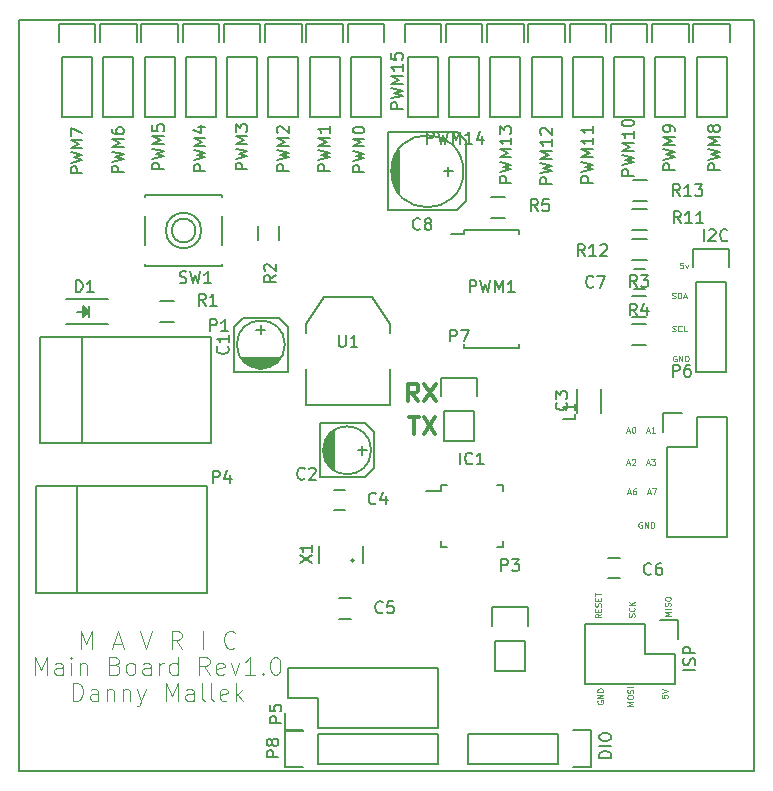
<source format=gto>
G04 #@! TF.FileFunction,Legend,Top*
%FSLAX46Y46*%
G04 Gerber Fmt 4.6, Leading zero omitted, Abs format (unit mm)*
G04 Created by KiCad (PCBNEW 4.0.1-stable) date 6/25/2016 6:01:51 PM*
%MOMM*%
G01*
G04 APERTURE LIST*
%ADD10C,0.100000*%
%ADD11C,0.150000*%
%ADD12C,0.300000*%
G04 APERTURE END LIST*
D10*
X154282001Y-85752971D02*
X154282001Y-84252971D01*
X154782001Y-85324400D01*
X155282001Y-84252971D01*
X155282001Y-85752971D01*
X157067715Y-85324400D02*
X157782001Y-85324400D01*
X156924858Y-85752971D02*
X157424858Y-84252971D01*
X157924858Y-85752971D01*
X159353429Y-84252971D02*
X159853429Y-85752971D01*
X160353429Y-84252971D01*
X162853429Y-85752971D02*
X162353429Y-85038686D01*
X161996286Y-85752971D02*
X161996286Y-84252971D01*
X162567714Y-84252971D01*
X162710572Y-84324400D01*
X162782000Y-84395829D01*
X162853429Y-84538686D01*
X162853429Y-84752971D01*
X162782000Y-84895829D01*
X162710572Y-84967257D01*
X162567714Y-85038686D01*
X161996286Y-85038686D01*
X164639143Y-85752971D02*
X164639143Y-84252971D01*
X167353429Y-85610114D02*
X167282000Y-85681543D01*
X167067714Y-85752971D01*
X166924857Y-85752971D01*
X166710572Y-85681543D01*
X166567714Y-85538686D01*
X166496286Y-85395829D01*
X166424857Y-85110114D01*
X166424857Y-84895829D01*
X166496286Y-84610114D01*
X166567714Y-84467257D01*
X166710572Y-84324400D01*
X166924857Y-84252971D01*
X167067714Y-84252971D01*
X167282000Y-84324400D01*
X167353429Y-84395829D01*
X150424858Y-87952971D02*
X150424858Y-86452971D01*
X150924858Y-87524400D01*
X151424858Y-86452971D01*
X151424858Y-87952971D01*
X152782001Y-87952971D02*
X152782001Y-87167257D01*
X152710572Y-87024400D01*
X152567715Y-86952971D01*
X152282001Y-86952971D01*
X152139144Y-87024400D01*
X152782001Y-87881543D02*
X152639144Y-87952971D01*
X152282001Y-87952971D01*
X152139144Y-87881543D01*
X152067715Y-87738686D01*
X152067715Y-87595829D01*
X152139144Y-87452971D01*
X152282001Y-87381543D01*
X152639144Y-87381543D01*
X152782001Y-87310114D01*
X153496287Y-87952971D02*
X153496287Y-86952971D01*
X153496287Y-86452971D02*
X153424858Y-86524400D01*
X153496287Y-86595829D01*
X153567715Y-86524400D01*
X153496287Y-86452971D01*
X153496287Y-86595829D01*
X154210573Y-86952971D02*
X154210573Y-87952971D01*
X154210573Y-87095829D02*
X154282001Y-87024400D01*
X154424859Y-86952971D01*
X154639144Y-86952971D01*
X154782001Y-87024400D01*
X154853430Y-87167257D01*
X154853430Y-87952971D01*
X157210573Y-87167257D02*
X157424859Y-87238686D01*
X157496287Y-87310114D01*
X157567716Y-87452971D01*
X157567716Y-87667257D01*
X157496287Y-87810114D01*
X157424859Y-87881543D01*
X157282001Y-87952971D01*
X156710573Y-87952971D01*
X156710573Y-86452971D01*
X157210573Y-86452971D01*
X157353430Y-86524400D01*
X157424859Y-86595829D01*
X157496287Y-86738686D01*
X157496287Y-86881543D01*
X157424859Y-87024400D01*
X157353430Y-87095829D01*
X157210573Y-87167257D01*
X156710573Y-87167257D01*
X158424859Y-87952971D02*
X158282001Y-87881543D01*
X158210573Y-87810114D01*
X158139144Y-87667257D01*
X158139144Y-87238686D01*
X158210573Y-87095829D01*
X158282001Y-87024400D01*
X158424859Y-86952971D01*
X158639144Y-86952971D01*
X158782001Y-87024400D01*
X158853430Y-87095829D01*
X158924859Y-87238686D01*
X158924859Y-87667257D01*
X158853430Y-87810114D01*
X158782001Y-87881543D01*
X158639144Y-87952971D01*
X158424859Y-87952971D01*
X160210573Y-87952971D02*
X160210573Y-87167257D01*
X160139144Y-87024400D01*
X159996287Y-86952971D01*
X159710573Y-86952971D01*
X159567716Y-87024400D01*
X160210573Y-87881543D02*
X160067716Y-87952971D01*
X159710573Y-87952971D01*
X159567716Y-87881543D01*
X159496287Y-87738686D01*
X159496287Y-87595829D01*
X159567716Y-87452971D01*
X159710573Y-87381543D01*
X160067716Y-87381543D01*
X160210573Y-87310114D01*
X160924859Y-87952971D02*
X160924859Y-86952971D01*
X160924859Y-87238686D02*
X160996287Y-87095829D01*
X161067716Y-87024400D01*
X161210573Y-86952971D01*
X161353430Y-86952971D01*
X162496287Y-87952971D02*
X162496287Y-86452971D01*
X162496287Y-87881543D02*
X162353430Y-87952971D01*
X162067716Y-87952971D01*
X161924858Y-87881543D01*
X161853430Y-87810114D01*
X161782001Y-87667257D01*
X161782001Y-87238686D01*
X161853430Y-87095829D01*
X161924858Y-87024400D01*
X162067716Y-86952971D01*
X162353430Y-86952971D01*
X162496287Y-87024400D01*
X165210573Y-87952971D02*
X164710573Y-87238686D01*
X164353430Y-87952971D02*
X164353430Y-86452971D01*
X164924858Y-86452971D01*
X165067716Y-86524400D01*
X165139144Y-86595829D01*
X165210573Y-86738686D01*
X165210573Y-86952971D01*
X165139144Y-87095829D01*
X165067716Y-87167257D01*
X164924858Y-87238686D01*
X164353430Y-87238686D01*
X166424858Y-87881543D02*
X166282001Y-87952971D01*
X165996287Y-87952971D01*
X165853430Y-87881543D01*
X165782001Y-87738686D01*
X165782001Y-87167257D01*
X165853430Y-87024400D01*
X165996287Y-86952971D01*
X166282001Y-86952971D01*
X166424858Y-87024400D01*
X166496287Y-87167257D01*
X166496287Y-87310114D01*
X165782001Y-87452971D01*
X166996287Y-86952971D02*
X167353430Y-87952971D01*
X167710572Y-86952971D01*
X169067715Y-87952971D02*
X168210572Y-87952971D01*
X168639144Y-87952971D02*
X168639144Y-86452971D01*
X168496287Y-86667257D01*
X168353429Y-86810114D01*
X168210572Y-86881543D01*
X169710572Y-87810114D02*
X169782000Y-87881543D01*
X169710572Y-87952971D01*
X169639143Y-87881543D01*
X169710572Y-87810114D01*
X169710572Y-87952971D01*
X170710572Y-86452971D02*
X170853429Y-86452971D01*
X170996286Y-86524400D01*
X171067715Y-86595829D01*
X171139144Y-86738686D01*
X171210572Y-87024400D01*
X171210572Y-87381543D01*
X171139144Y-87667257D01*
X171067715Y-87810114D01*
X170996286Y-87881543D01*
X170853429Y-87952971D01*
X170710572Y-87952971D01*
X170567715Y-87881543D01*
X170496286Y-87810114D01*
X170424858Y-87667257D01*
X170353429Y-87381543D01*
X170353429Y-87024400D01*
X170424858Y-86738686D01*
X170496286Y-86595829D01*
X170567715Y-86524400D01*
X170710572Y-86452971D01*
X153639143Y-90152971D02*
X153639143Y-88652971D01*
X153996286Y-88652971D01*
X154210571Y-88724400D01*
X154353429Y-88867257D01*
X154424857Y-89010114D01*
X154496286Y-89295829D01*
X154496286Y-89510114D01*
X154424857Y-89795829D01*
X154353429Y-89938686D01*
X154210571Y-90081543D01*
X153996286Y-90152971D01*
X153639143Y-90152971D01*
X155782000Y-90152971D02*
X155782000Y-89367257D01*
X155710571Y-89224400D01*
X155567714Y-89152971D01*
X155282000Y-89152971D01*
X155139143Y-89224400D01*
X155782000Y-90081543D02*
X155639143Y-90152971D01*
X155282000Y-90152971D01*
X155139143Y-90081543D01*
X155067714Y-89938686D01*
X155067714Y-89795829D01*
X155139143Y-89652971D01*
X155282000Y-89581543D01*
X155639143Y-89581543D01*
X155782000Y-89510114D01*
X156496286Y-89152971D02*
X156496286Y-90152971D01*
X156496286Y-89295829D02*
X156567714Y-89224400D01*
X156710572Y-89152971D01*
X156924857Y-89152971D01*
X157067714Y-89224400D01*
X157139143Y-89367257D01*
X157139143Y-90152971D01*
X157853429Y-89152971D02*
X157853429Y-90152971D01*
X157853429Y-89295829D02*
X157924857Y-89224400D01*
X158067715Y-89152971D01*
X158282000Y-89152971D01*
X158424857Y-89224400D01*
X158496286Y-89367257D01*
X158496286Y-90152971D01*
X159067715Y-89152971D02*
X159424858Y-90152971D01*
X159782000Y-89152971D02*
X159424858Y-90152971D01*
X159282000Y-90510114D01*
X159210572Y-90581543D01*
X159067715Y-90652971D01*
X161496286Y-90152971D02*
X161496286Y-88652971D01*
X161996286Y-89724400D01*
X162496286Y-88652971D01*
X162496286Y-90152971D01*
X163853429Y-90152971D02*
X163853429Y-89367257D01*
X163782000Y-89224400D01*
X163639143Y-89152971D01*
X163353429Y-89152971D01*
X163210572Y-89224400D01*
X163853429Y-90081543D02*
X163710572Y-90152971D01*
X163353429Y-90152971D01*
X163210572Y-90081543D01*
X163139143Y-89938686D01*
X163139143Y-89795829D01*
X163210572Y-89652971D01*
X163353429Y-89581543D01*
X163710572Y-89581543D01*
X163853429Y-89510114D01*
X164782001Y-90152971D02*
X164639143Y-90081543D01*
X164567715Y-89938686D01*
X164567715Y-88652971D01*
X165567715Y-90152971D02*
X165424857Y-90081543D01*
X165353429Y-89938686D01*
X165353429Y-88652971D01*
X166710571Y-90081543D02*
X166567714Y-90152971D01*
X166282000Y-90152971D01*
X166139143Y-90081543D01*
X166067714Y-89938686D01*
X166067714Y-89367257D01*
X166139143Y-89224400D01*
X166282000Y-89152971D01*
X166567714Y-89152971D01*
X166710571Y-89224400D01*
X166782000Y-89367257D01*
X166782000Y-89510114D01*
X166067714Y-89652971D01*
X167424857Y-90152971D02*
X167424857Y-88652971D01*
X167567714Y-89581543D02*
X167996285Y-90152971D01*
X167996285Y-89152971D02*
X167424857Y-89724400D01*
D11*
X209804000Y-96139000D02*
X211328000Y-96139000D01*
X209804000Y-32512000D02*
X211328000Y-32512000D01*
X149098000Y-96139000D02*
X209804000Y-96139000D01*
X209804000Y-32512000D02*
X149098000Y-32512000D01*
X211328000Y-32512000D02*
X211328000Y-96139000D01*
X149098000Y-96139000D02*
X149098000Y-32512000D01*
D10*
X201803047Y-75061000D02*
X201755428Y-75037190D01*
X201684000Y-75037190D01*
X201612571Y-75061000D01*
X201564952Y-75108619D01*
X201541143Y-75156238D01*
X201517333Y-75251476D01*
X201517333Y-75322905D01*
X201541143Y-75418143D01*
X201564952Y-75465762D01*
X201612571Y-75513381D01*
X201684000Y-75537190D01*
X201731619Y-75537190D01*
X201803047Y-75513381D01*
X201826857Y-75489571D01*
X201826857Y-75322905D01*
X201731619Y-75322905D01*
X202041143Y-75537190D02*
X202041143Y-75037190D01*
X202326857Y-75537190D01*
X202326857Y-75037190D01*
X202564953Y-75537190D02*
X202564953Y-75037190D01*
X202684000Y-75037190D01*
X202755429Y-75061000D01*
X202803048Y-75108619D01*
X202826857Y-75156238D01*
X202850667Y-75251476D01*
X202850667Y-75322905D01*
X202826857Y-75418143D01*
X202803048Y-75465762D01*
X202755429Y-75513381D01*
X202684000Y-75537190D01*
X202564953Y-75537190D01*
X200612525Y-72536833D02*
X200850620Y-72536833D01*
X200564906Y-72679690D02*
X200731573Y-72179690D01*
X200898239Y-72679690D01*
X201279191Y-72179690D02*
X201183953Y-72179690D01*
X201136334Y-72203500D01*
X201112525Y-72227310D01*
X201064906Y-72298738D01*
X201041096Y-72393976D01*
X201041096Y-72584452D01*
X201064906Y-72632071D01*
X201088715Y-72655881D01*
X201136334Y-72679690D01*
X201231572Y-72679690D01*
X201279191Y-72655881D01*
X201303001Y-72632071D01*
X201326810Y-72584452D01*
X201326810Y-72465405D01*
X201303001Y-72417786D01*
X201279191Y-72393976D01*
X201231572Y-72370167D01*
X201136334Y-72370167D01*
X201088715Y-72393976D01*
X201064906Y-72417786D01*
X201041096Y-72465405D01*
X202279190Y-72536833D02*
X202517285Y-72536833D01*
X202231571Y-72679690D02*
X202398238Y-72179690D01*
X202564904Y-72679690D01*
X202683952Y-72179690D02*
X203017285Y-72179690D01*
X202802999Y-72679690D01*
X200549025Y-70060333D02*
X200787120Y-70060333D01*
X200501406Y-70203190D02*
X200668073Y-69703190D01*
X200834739Y-70203190D01*
X200977596Y-69750810D02*
X201001406Y-69727000D01*
X201049025Y-69703190D01*
X201168072Y-69703190D01*
X201215691Y-69727000D01*
X201239501Y-69750810D01*
X201263310Y-69798429D01*
X201263310Y-69846048D01*
X201239501Y-69917476D01*
X200953787Y-70203190D01*
X201263310Y-70203190D01*
X202215690Y-70060333D02*
X202453785Y-70060333D01*
X202168071Y-70203190D02*
X202334738Y-69703190D01*
X202501404Y-70203190D01*
X202620452Y-69703190D02*
X202929975Y-69703190D01*
X202763309Y-69893667D01*
X202834737Y-69893667D01*
X202882356Y-69917476D01*
X202906166Y-69941286D01*
X202929975Y-69988905D01*
X202929975Y-70107952D01*
X202906166Y-70155571D01*
X202882356Y-70179381D01*
X202834737Y-70203190D01*
X202691880Y-70203190D01*
X202644261Y-70179381D01*
X202620452Y-70155571D01*
X200549025Y-67329833D02*
X200787120Y-67329833D01*
X200501406Y-67472690D02*
X200668073Y-66972690D01*
X200834739Y-67472690D01*
X201096644Y-66972690D02*
X201144263Y-66972690D01*
X201191882Y-66996500D01*
X201215691Y-67020310D01*
X201239501Y-67067929D01*
X201263310Y-67163167D01*
X201263310Y-67282214D01*
X201239501Y-67377452D01*
X201215691Y-67425071D01*
X201191882Y-67448881D01*
X201144263Y-67472690D01*
X201096644Y-67472690D01*
X201049025Y-67448881D01*
X201025215Y-67425071D01*
X201001406Y-67377452D01*
X200977596Y-67282214D01*
X200977596Y-67163167D01*
X201001406Y-67067929D01*
X201025215Y-67020310D01*
X201049025Y-66996500D01*
X201096644Y-66972690D01*
X202215690Y-67329833D02*
X202453785Y-67329833D01*
X202168071Y-67472690D02*
X202334738Y-66972690D01*
X202501404Y-67472690D01*
X202929975Y-67472690D02*
X202644261Y-67472690D01*
X202787118Y-67472690D02*
X202787118Y-66972690D01*
X202739499Y-67044119D01*
X202691880Y-67091738D01*
X202644261Y-67115548D01*
X198346190Y-82831690D02*
X198108095Y-82998357D01*
X198346190Y-83117404D02*
X197846190Y-83117404D01*
X197846190Y-82926928D01*
X197870000Y-82879309D01*
X197893810Y-82855500D01*
X197941429Y-82831690D01*
X198012857Y-82831690D01*
X198060476Y-82855500D01*
X198084286Y-82879309D01*
X198108095Y-82926928D01*
X198108095Y-83117404D01*
X198084286Y-82617404D02*
X198084286Y-82450738D01*
X198346190Y-82379309D02*
X198346190Y-82617404D01*
X197846190Y-82617404D01*
X197846190Y-82379309D01*
X198322381Y-82188833D02*
X198346190Y-82117404D01*
X198346190Y-81998357D01*
X198322381Y-81950738D01*
X198298571Y-81926928D01*
X198250952Y-81903119D01*
X198203333Y-81903119D01*
X198155714Y-81926928D01*
X198131905Y-81950738D01*
X198108095Y-81998357D01*
X198084286Y-82093595D01*
X198060476Y-82141214D01*
X198036667Y-82165023D01*
X197989048Y-82188833D01*
X197941429Y-82188833D01*
X197893810Y-82165023D01*
X197870000Y-82141214D01*
X197846190Y-82093595D01*
X197846190Y-81974547D01*
X197870000Y-81903119D01*
X198084286Y-81688833D02*
X198084286Y-81522167D01*
X198346190Y-81450738D02*
X198346190Y-81688833D01*
X197846190Y-81688833D01*
X197846190Y-81450738D01*
X197846190Y-81307881D02*
X197846190Y-81022167D01*
X198346190Y-81165024D02*
X197846190Y-81165024D01*
X203497690Y-89693737D02*
X203497690Y-89931832D01*
X203735786Y-89955642D01*
X203711976Y-89931832D01*
X203688167Y-89884213D01*
X203688167Y-89765166D01*
X203711976Y-89717547D01*
X203735786Y-89693737D01*
X203783405Y-89669928D01*
X203902452Y-89669928D01*
X203950071Y-89693737D01*
X203973881Y-89717547D01*
X203997690Y-89765166D01*
X203997690Y-89884213D01*
X203973881Y-89931832D01*
X203950071Y-89955642D01*
X203497690Y-89527071D02*
X203997690Y-89360404D01*
X203497690Y-89193738D01*
X198060500Y-90169953D02*
X198036690Y-90217572D01*
X198036690Y-90289000D01*
X198060500Y-90360429D01*
X198108119Y-90408048D01*
X198155738Y-90431857D01*
X198250976Y-90455667D01*
X198322405Y-90455667D01*
X198417643Y-90431857D01*
X198465262Y-90408048D01*
X198512881Y-90360429D01*
X198536690Y-90289000D01*
X198536690Y-90241381D01*
X198512881Y-90169953D01*
X198489071Y-90146143D01*
X198322405Y-90146143D01*
X198322405Y-90241381D01*
X198536690Y-89931857D02*
X198036690Y-89931857D01*
X198536690Y-89646143D01*
X198036690Y-89646143D01*
X198536690Y-89408047D02*
X198036690Y-89408047D01*
X198036690Y-89289000D01*
X198060500Y-89217571D01*
X198108119Y-89169952D01*
X198155738Y-89146143D01*
X198250976Y-89122333D01*
X198322405Y-89122333D01*
X198417643Y-89146143D01*
X198465262Y-89169952D01*
X198512881Y-89217571D01*
X198536690Y-89289000D01*
X198536690Y-89408047D01*
X201179881Y-83065857D02*
X201203690Y-82994428D01*
X201203690Y-82875381D01*
X201179881Y-82827762D01*
X201156071Y-82803952D01*
X201108452Y-82780143D01*
X201060833Y-82780143D01*
X201013214Y-82803952D01*
X200989405Y-82827762D01*
X200965595Y-82875381D01*
X200941786Y-82970619D01*
X200917976Y-83018238D01*
X200894167Y-83042047D01*
X200846548Y-83065857D01*
X200798929Y-83065857D01*
X200751310Y-83042047D01*
X200727500Y-83018238D01*
X200703690Y-82970619D01*
X200703690Y-82851571D01*
X200727500Y-82780143D01*
X201156071Y-82280143D02*
X201179881Y-82303953D01*
X201203690Y-82375381D01*
X201203690Y-82423000D01*
X201179881Y-82494429D01*
X201132262Y-82542048D01*
X201084643Y-82565857D01*
X200989405Y-82589667D01*
X200917976Y-82589667D01*
X200822738Y-82565857D01*
X200775119Y-82542048D01*
X200727500Y-82494429D01*
X200703690Y-82423000D01*
X200703690Y-82375381D01*
X200727500Y-82303953D01*
X200751310Y-82280143D01*
X201203690Y-82065857D02*
X200703690Y-82065857D01*
X201203690Y-81780143D02*
X200917976Y-81994429D01*
X200703690Y-81780143D02*
X200989405Y-82065857D01*
X204251690Y-82954714D02*
X203751690Y-82954714D01*
X204108833Y-82788048D01*
X203751690Y-82621381D01*
X204251690Y-82621381D01*
X204251690Y-82383285D02*
X203751690Y-82383285D01*
X204227881Y-82169000D02*
X204251690Y-82097571D01*
X204251690Y-81978524D01*
X204227881Y-81930905D01*
X204204071Y-81907095D01*
X204156452Y-81883286D01*
X204108833Y-81883286D01*
X204061214Y-81907095D01*
X204037405Y-81930905D01*
X204013595Y-81978524D01*
X203989786Y-82073762D01*
X203965976Y-82121381D01*
X203942167Y-82145190D01*
X203894548Y-82169000D01*
X203846929Y-82169000D01*
X203799310Y-82145190D01*
X203775500Y-82121381D01*
X203751690Y-82073762D01*
X203751690Y-81954714D01*
X203775500Y-81883286D01*
X203751690Y-81573762D02*
X203751690Y-81478524D01*
X203775500Y-81430905D01*
X203823119Y-81383286D01*
X203918357Y-81359477D01*
X204085024Y-81359477D01*
X204180262Y-81383286D01*
X204227881Y-81430905D01*
X204251690Y-81478524D01*
X204251690Y-81573762D01*
X204227881Y-81621381D01*
X204180262Y-81669000D01*
X204085024Y-81692810D01*
X203918357Y-81692810D01*
X203823119Y-81669000D01*
X203775500Y-81621381D01*
X203751690Y-81573762D01*
X201076690Y-90574714D02*
X200576690Y-90574714D01*
X200933833Y-90408048D01*
X200576690Y-90241381D01*
X201076690Y-90241381D01*
X200576690Y-89908047D02*
X200576690Y-89812809D01*
X200600500Y-89765190D01*
X200648119Y-89717571D01*
X200743357Y-89693762D01*
X200910024Y-89693762D01*
X201005262Y-89717571D01*
X201052881Y-89765190D01*
X201076690Y-89812809D01*
X201076690Y-89908047D01*
X201052881Y-89955666D01*
X201005262Y-90003285D01*
X200910024Y-90027095D01*
X200743357Y-90027095D01*
X200648119Y-90003285D01*
X200600500Y-89955666D01*
X200576690Y-89908047D01*
X201052881Y-89503285D02*
X201076690Y-89431856D01*
X201076690Y-89312809D01*
X201052881Y-89265190D01*
X201029071Y-89241380D01*
X200981452Y-89217571D01*
X200933833Y-89217571D01*
X200886214Y-89241380D01*
X200862405Y-89265190D01*
X200838595Y-89312809D01*
X200814786Y-89408047D01*
X200790976Y-89455666D01*
X200767167Y-89479475D01*
X200719548Y-89503285D01*
X200671929Y-89503285D01*
X200624310Y-89479475D01*
X200600500Y-89455666D01*
X200576690Y-89408047D01*
X200576690Y-89288999D01*
X200600500Y-89217571D01*
X201076690Y-89003285D02*
X200576690Y-89003285D01*
X204724047Y-60964000D02*
X204676428Y-60940190D01*
X204605000Y-60940190D01*
X204533571Y-60964000D01*
X204485952Y-61011619D01*
X204462143Y-61059238D01*
X204438333Y-61154476D01*
X204438333Y-61225905D01*
X204462143Y-61321143D01*
X204485952Y-61368762D01*
X204533571Y-61416381D01*
X204605000Y-61440190D01*
X204652619Y-61440190D01*
X204724047Y-61416381D01*
X204747857Y-61392571D01*
X204747857Y-61225905D01*
X204652619Y-61225905D01*
X204962143Y-61440190D02*
X204962143Y-60940190D01*
X205247857Y-61440190D01*
X205247857Y-60940190D01*
X205485953Y-61440190D02*
X205485953Y-60940190D01*
X205605000Y-60940190D01*
X205676429Y-60964000D01*
X205724048Y-61011619D01*
X205747857Y-61059238D01*
X205771667Y-61154476D01*
X205771667Y-61225905D01*
X205747857Y-61321143D01*
X205724048Y-61368762D01*
X205676429Y-61416381D01*
X205605000Y-61440190D01*
X205485953Y-61440190D01*
X204382762Y-58876381D02*
X204454191Y-58900190D01*
X204573238Y-58900190D01*
X204620857Y-58876381D01*
X204644667Y-58852571D01*
X204668476Y-58804952D01*
X204668476Y-58757333D01*
X204644667Y-58709714D01*
X204620857Y-58685905D01*
X204573238Y-58662095D01*
X204478000Y-58638286D01*
X204430381Y-58614476D01*
X204406572Y-58590667D01*
X204382762Y-58543048D01*
X204382762Y-58495429D01*
X204406572Y-58447810D01*
X204430381Y-58424000D01*
X204478000Y-58400190D01*
X204597048Y-58400190D01*
X204668476Y-58424000D01*
X205168476Y-58852571D02*
X205144666Y-58876381D01*
X205073238Y-58900190D01*
X205025619Y-58900190D01*
X204954190Y-58876381D01*
X204906571Y-58828762D01*
X204882762Y-58781143D01*
X204858952Y-58685905D01*
X204858952Y-58614476D01*
X204882762Y-58519238D01*
X204906571Y-58471619D01*
X204954190Y-58424000D01*
X205025619Y-58400190D01*
X205073238Y-58400190D01*
X205144666Y-58424000D01*
X205168476Y-58447810D01*
X205620857Y-58900190D02*
X205382762Y-58900190D01*
X205382762Y-58400190D01*
X204370858Y-56082381D02*
X204442287Y-56106190D01*
X204561334Y-56106190D01*
X204608953Y-56082381D01*
X204632763Y-56058571D01*
X204656572Y-56010952D01*
X204656572Y-55963333D01*
X204632763Y-55915714D01*
X204608953Y-55891905D01*
X204561334Y-55868095D01*
X204466096Y-55844286D01*
X204418477Y-55820476D01*
X204394668Y-55796667D01*
X204370858Y-55749048D01*
X204370858Y-55701429D01*
X204394668Y-55653810D01*
X204418477Y-55630000D01*
X204466096Y-55606190D01*
X204585144Y-55606190D01*
X204656572Y-55630000D01*
X204870858Y-56106190D02*
X204870858Y-55606190D01*
X204989905Y-55606190D01*
X205061334Y-55630000D01*
X205108953Y-55677619D01*
X205132762Y-55725238D01*
X205156572Y-55820476D01*
X205156572Y-55891905D01*
X205132762Y-55987143D01*
X205108953Y-56034762D01*
X205061334Y-56082381D01*
X204989905Y-56106190D01*
X204870858Y-56106190D01*
X205347048Y-55963333D02*
X205585143Y-55963333D01*
X205299429Y-56106190D02*
X205466096Y-55606190D01*
X205632762Y-56106190D01*
X205287572Y-53066190D02*
X205049477Y-53066190D01*
X205025667Y-53304286D01*
X205049477Y-53280476D01*
X205097096Y-53256667D01*
X205216143Y-53256667D01*
X205263762Y-53280476D01*
X205287572Y-53304286D01*
X205311381Y-53351905D01*
X205311381Y-53470952D01*
X205287572Y-53518571D01*
X205263762Y-53542381D01*
X205216143Y-53566190D01*
X205097096Y-53566190D01*
X205049477Y-53542381D01*
X205025667Y-53518571D01*
X205478048Y-53232857D02*
X205597095Y-53566190D01*
X205716143Y-53232857D01*
D12*
X182118143Y-66107571D02*
X182975286Y-66107571D01*
X182546715Y-67607571D02*
X182546715Y-66107571D01*
X183332429Y-66107571D02*
X184332429Y-67607571D01*
X184332429Y-66107571D02*
X183332429Y-67607571D01*
X182884001Y-64813571D02*
X182384001Y-64099286D01*
X182026858Y-64813571D02*
X182026858Y-63313571D01*
X182598286Y-63313571D01*
X182741144Y-63385000D01*
X182812572Y-63456429D01*
X182884001Y-63599286D01*
X182884001Y-63813571D01*
X182812572Y-63956429D01*
X182741144Y-64027857D01*
X182598286Y-64099286D01*
X182026858Y-64099286D01*
X183384001Y-63313571D02*
X184384001Y-64813571D01*
X184384001Y-63313571D02*
X183384001Y-64813571D01*
D11*
X169545000Y-58356500D02*
X169545000Y-59118500D01*
X169164000Y-58737500D02*
X169926000Y-58737500D01*
X171831000Y-58483500D02*
X171831000Y-62293500D01*
X168021000Y-57721500D02*
X171069000Y-57721500D01*
X171831000Y-58483500D02*
X171069000Y-57721500D01*
X167259000Y-58483500D02*
X167259000Y-62293500D01*
X167259000Y-58483500D02*
X168021000Y-57721500D01*
X169672000Y-62039500D02*
X169418000Y-62039500D01*
X168910000Y-61912500D02*
X170180000Y-61912500D01*
X170434000Y-61785500D02*
X168656000Y-61785500D01*
X170688000Y-61658500D02*
X168402000Y-61658500D01*
X168275000Y-61531500D02*
X170815000Y-61531500D01*
X170942000Y-61404500D02*
X168148000Y-61404500D01*
X168021000Y-61277500D02*
X171069000Y-61277500D01*
X167894000Y-61150500D02*
X171196000Y-61150500D01*
X167259000Y-62293500D02*
X171831000Y-62293500D01*
X171577000Y-60007500D02*
G75*
G03X171577000Y-60007500I-2032000J0D01*
G01*
X178498500Y-68961000D02*
X177736500Y-68961000D01*
X178117500Y-68580000D02*
X178117500Y-69342000D01*
X178371500Y-71247000D02*
X174561500Y-71247000D01*
X179133500Y-67437000D02*
X179133500Y-70485000D01*
X178371500Y-71247000D02*
X179133500Y-70485000D01*
X178371500Y-66675000D02*
X174561500Y-66675000D01*
X178371500Y-66675000D02*
X179133500Y-67437000D01*
X174815500Y-69088000D02*
X174815500Y-68834000D01*
X174942500Y-68326000D02*
X174942500Y-69596000D01*
X175069500Y-69850000D02*
X175069500Y-68072000D01*
X175196500Y-70104000D02*
X175196500Y-67818000D01*
X175323500Y-67691000D02*
X175323500Y-70231000D01*
X175450500Y-70358000D02*
X175450500Y-67564000D01*
X175577500Y-67437000D02*
X175577500Y-70485000D01*
X175704500Y-67310000D02*
X175704500Y-70612000D01*
X174561500Y-66675000D02*
X174561500Y-71247000D01*
X178879500Y-68961000D02*
G75*
G03X178879500Y-68961000I-2032000J0D01*
G01*
X196333000Y-63770000D02*
X196333000Y-65770000D01*
X198383000Y-65770000D02*
X198383000Y-63770000D01*
X201112500Y-55333000D02*
X202112500Y-55333000D01*
X202112500Y-53633000D02*
X201112500Y-53633000D01*
X180721000Y-44577000D02*
X180721000Y-46101000D01*
X180848000Y-46482000D02*
X180848000Y-44196000D01*
X180975000Y-43942000D02*
X180975000Y-46736000D01*
X181102000Y-46990000D02*
X181102000Y-43688000D01*
X181229000Y-43561000D02*
X181229000Y-47117000D01*
X180340000Y-42037000D02*
X180340000Y-48641000D01*
X180340000Y-48641000D02*
X186182000Y-48641000D01*
X186182000Y-48641000D02*
X186944000Y-47879000D01*
X186944000Y-47879000D02*
X186944000Y-42799000D01*
X186944000Y-42799000D02*
X186182000Y-42037000D01*
X186182000Y-42037000D02*
X180340000Y-42037000D01*
X185801000Y-45339000D02*
X185039000Y-45339000D01*
X185420000Y-44958000D02*
X185420000Y-45720000D01*
X186690000Y-45339000D02*
G75*
G03X186690000Y-45339000I-3048000J0D01*
G01*
X156645500Y-56163500D02*
X153045500Y-56163500D01*
X156645500Y-58263500D02*
X153045500Y-58263500D01*
X154595500Y-57513500D02*
X154595500Y-56913500D01*
X154595500Y-56913500D02*
X154895500Y-57213500D01*
X154895500Y-57213500D02*
X154695500Y-57413500D01*
X154695500Y-57413500D02*
X154695500Y-57163500D01*
X154695500Y-57163500D02*
X154745500Y-57213500D01*
X154995500Y-57713500D02*
X154995500Y-56713500D01*
X154495500Y-57213500D02*
X153995500Y-57213500D01*
X154995500Y-57213500D02*
X154495500Y-57713500D01*
X154495500Y-57713500D02*
X154495500Y-56713500D01*
X154495500Y-56713500D02*
X154995500Y-57213500D01*
X184763500Y-71924000D02*
X184763500Y-72434000D01*
X190013500Y-71924000D02*
X190013500Y-72434000D01*
X190013500Y-77174000D02*
X190013500Y-76664000D01*
X184763500Y-77174000D02*
X184763500Y-76664000D01*
X184763500Y-71924000D02*
X185273500Y-71924000D01*
X184763500Y-77174000D02*
X185273500Y-77174000D01*
X190013500Y-77174000D02*
X189503500Y-77174000D01*
X190013500Y-71924000D02*
X189503500Y-71924000D01*
X184763500Y-72434000D02*
X183538500Y-72434000D01*
X154368500Y-59380120D02*
X154368500Y-68381880D01*
X150868380Y-59380120D02*
X150868380Y-68381880D01*
X150868380Y-68381880D02*
X165369240Y-68381880D01*
X165369240Y-68381880D02*
X165369240Y-59380120D01*
X165369240Y-59380120D02*
X150868380Y-59380120D01*
X191897000Y-85090000D02*
X191897000Y-87630000D01*
X192177000Y-82270000D02*
X192177000Y-83820000D01*
X191897000Y-85090000D02*
X189357000Y-85090000D01*
X189077000Y-83820000D02*
X189077000Y-82270000D01*
X189077000Y-82270000D02*
X192177000Y-82270000D01*
X189357000Y-85090000D02*
X189357000Y-87630000D01*
X189357000Y-87630000D02*
X191897000Y-87630000D01*
X153987500Y-72016620D02*
X153987500Y-81018380D01*
X150487380Y-72016620D02*
X150487380Y-81018380D01*
X150487380Y-81018380D02*
X164988240Y-81018380D01*
X164988240Y-81018380D02*
X164988240Y-72016620D01*
X164988240Y-72016620D02*
X150487380Y-72016620D01*
X187579000Y-65659000D02*
X187579000Y-68199000D01*
X187859000Y-62839000D02*
X187859000Y-64389000D01*
X187579000Y-65659000D02*
X185039000Y-65659000D01*
X184759000Y-64389000D02*
X184759000Y-62839000D01*
X184759000Y-62839000D02*
X187859000Y-62839000D01*
X185039000Y-65659000D02*
X185039000Y-68199000D01*
X185039000Y-68199000D02*
X187579000Y-68199000D01*
X173101000Y-95784000D02*
X171551000Y-95784000D01*
X171551000Y-95784000D02*
X171551000Y-92684000D01*
X171551000Y-92684000D02*
X173101000Y-92684000D01*
X174371000Y-92964000D02*
X184531000Y-92964000D01*
X184531000Y-92964000D02*
X184531000Y-95504000D01*
X184531000Y-95504000D02*
X174371000Y-95504000D01*
X174371000Y-92964000D02*
X174371000Y-95504000D01*
X194691000Y-92964000D02*
X187071000Y-92964000D01*
X194691000Y-95504000D02*
X187071000Y-95504000D01*
X197511000Y-95784000D02*
X195961000Y-95784000D01*
X187071000Y-92964000D02*
X187071000Y-95504000D01*
X194691000Y-95504000D02*
X194691000Y-92964000D01*
X195961000Y-92684000D02*
X197511000Y-92684000D01*
X197511000Y-92684000D02*
X197511000Y-95784000D01*
X202057000Y-83629500D02*
X196977000Y-83629500D01*
X204877000Y-83349500D02*
X204877000Y-84899500D01*
X204597000Y-86169500D02*
X202057000Y-86169500D01*
X202057000Y-86169500D02*
X202057000Y-83629500D01*
X196977000Y-83629500D02*
X196977000Y-88709500D01*
X196977000Y-88709500D02*
X202057000Y-88709500D01*
X204877000Y-83349500D02*
X203327000Y-83349500D01*
X204597000Y-88709500D02*
X204597000Y-86169500D01*
X202057000Y-88709500D02*
X204597000Y-88709500D01*
X186714500Y-50333500D02*
X186714500Y-50658500D01*
X191364500Y-50333500D02*
X191364500Y-50658500D01*
X191364500Y-60283500D02*
X191364500Y-59958500D01*
X186714500Y-60283500D02*
X186714500Y-59958500D01*
X186714500Y-50333500D02*
X191364500Y-50333500D01*
X186714500Y-60283500D02*
X191364500Y-60283500D01*
X186714500Y-50658500D02*
X185639500Y-50658500D01*
X159754500Y-53355500D02*
X159754500Y-53155500D01*
X159754500Y-47355500D02*
X159754500Y-47555500D01*
X166254500Y-47355500D02*
X166254500Y-47555500D01*
X166254500Y-53355500D02*
X166254500Y-53155500D01*
X166254500Y-51555500D02*
X166254500Y-49155500D01*
X159754500Y-51555500D02*
X159754500Y-49155500D01*
X159754500Y-53355500D02*
X166254500Y-53355500D01*
X166254500Y-47355500D02*
X159754500Y-47355500D01*
X164004500Y-50355500D02*
G75*
G03X164004500Y-50355500I-1000000J0D01*
G01*
X164504500Y-50355500D02*
G75*
G03X164504500Y-50355500I-1500000J0D01*
G01*
X177431359Y-78287880D02*
G75*
G03X177431359Y-78287880I-141899J0D01*
G01*
X178188620Y-77086460D02*
X178188620Y-78488540D01*
X174490380Y-78488540D02*
X174490380Y-77086460D01*
X206375000Y-54737000D02*
X206375000Y-62357000D01*
X208915000Y-54737000D02*
X208915000Y-62357000D01*
X209195000Y-51917000D02*
X209195000Y-53467000D01*
X206375000Y-62357000D02*
X208915000Y-62357000D01*
X208915000Y-54737000D02*
X206375000Y-54737000D01*
X206095000Y-53467000D02*
X206095000Y-51917000D01*
X206095000Y-51917000D02*
X209195000Y-51917000D01*
X173672500Y-35687000D02*
X173672500Y-40767000D01*
X173672500Y-40767000D02*
X176212500Y-40767000D01*
X176212500Y-40767000D02*
X176212500Y-35687000D01*
X176492500Y-32867000D02*
X176492500Y-34417000D01*
X176212500Y-35687000D02*
X173672500Y-35687000D01*
X173392500Y-34417000D02*
X173392500Y-32867000D01*
X173392500Y-32867000D02*
X176492500Y-32867000D01*
X177165000Y-35687000D02*
X177165000Y-40767000D01*
X177165000Y-40767000D02*
X179705000Y-40767000D01*
X179705000Y-40767000D02*
X179705000Y-35687000D01*
X179985000Y-32867000D02*
X179985000Y-34417000D01*
X179705000Y-35687000D02*
X177165000Y-35687000D01*
X176885000Y-34417000D02*
X176885000Y-32867000D01*
X176885000Y-32867000D02*
X179985000Y-32867000D01*
X170180000Y-35687000D02*
X170180000Y-40767000D01*
X170180000Y-40767000D02*
X172720000Y-40767000D01*
X172720000Y-40767000D02*
X172720000Y-35687000D01*
X173000000Y-32867000D02*
X173000000Y-34417000D01*
X172720000Y-35687000D02*
X170180000Y-35687000D01*
X169900000Y-34417000D02*
X169900000Y-32867000D01*
X169900000Y-32867000D02*
X173000000Y-32867000D01*
X166687500Y-35687000D02*
X166687500Y-40767000D01*
X166687500Y-40767000D02*
X169227500Y-40767000D01*
X169227500Y-40767000D02*
X169227500Y-35687000D01*
X169507500Y-32867000D02*
X169507500Y-34417000D01*
X169227500Y-35687000D02*
X166687500Y-35687000D01*
X166407500Y-34417000D02*
X166407500Y-32867000D01*
X166407500Y-32867000D02*
X169507500Y-32867000D01*
X163195000Y-35687000D02*
X163195000Y-40767000D01*
X163195000Y-40767000D02*
X165735000Y-40767000D01*
X165735000Y-40767000D02*
X165735000Y-35687000D01*
X166015000Y-32867000D02*
X166015000Y-34417000D01*
X165735000Y-35687000D02*
X163195000Y-35687000D01*
X162915000Y-34417000D02*
X162915000Y-32867000D01*
X162915000Y-32867000D02*
X166015000Y-32867000D01*
X159702500Y-35687000D02*
X159702500Y-40767000D01*
X159702500Y-40767000D02*
X162242500Y-40767000D01*
X162242500Y-40767000D02*
X162242500Y-35687000D01*
X162522500Y-32867000D02*
X162522500Y-34417000D01*
X162242500Y-35687000D02*
X159702500Y-35687000D01*
X159422500Y-34417000D02*
X159422500Y-32867000D01*
X159422500Y-32867000D02*
X162522500Y-32867000D01*
X156210000Y-35687000D02*
X156210000Y-40767000D01*
X156210000Y-40767000D02*
X158750000Y-40767000D01*
X158750000Y-40767000D02*
X158750000Y-35687000D01*
X159030000Y-32867000D02*
X159030000Y-34417000D01*
X158750000Y-35687000D02*
X156210000Y-35687000D01*
X155930000Y-34417000D02*
X155930000Y-32867000D01*
X155930000Y-32867000D02*
X159030000Y-32867000D01*
X152717500Y-35687000D02*
X152717500Y-40767000D01*
X152717500Y-40767000D02*
X155257500Y-40767000D01*
X155257500Y-40767000D02*
X155257500Y-35687000D01*
X155537500Y-32867000D02*
X155537500Y-34417000D01*
X155257500Y-35687000D02*
X152717500Y-35687000D01*
X152437500Y-34417000D02*
X152437500Y-32867000D01*
X152437500Y-32867000D02*
X155537500Y-32867000D01*
X206438500Y-35687000D02*
X206438500Y-40767000D01*
X206438500Y-40767000D02*
X208978500Y-40767000D01*
X208978500Y-40767000D02*
X208978500Y-35687000D01*
X209258500Y-32867000D02*
X209258500Y-34417000D01*
X208978500Y-35687000D02*
X206438500Y-35687000D01*
X206158500Y-34417000D02*
X206158500Y-32867000D01*
X206158500Y-32867000D02*
X209258500Y-32867000D01*
X202946000Y-35687000D02*
X202946000Y-40767000D01*
X202946000Y-40767000D02*
X205486000Y-40767000D01*
X205486000Y-40767000D02*
X205486000Y-35687000D01*
X205766000Y-32867000D02*
X205766000Y-34417000D01*
X205486000Y-35687000D02*
X202946000Y-35687000D01*
X202666000Y-34417000D02*
X202666000Y-32867000D01*
X202666000Y-32867000D02*
X205766000Y-32867000D01*
X199453500Y-35687000D02*
X199453500Y-40767000D01*
X199453500Y-40767000D02*
X201993500Y-40767000D01*
X201993500Y-40767000D02*
X201993500Y-35687000D01*
X202273500Y-32867000D02*
X202273500Y-34417000D01*
X201993500Y-35687000D02*
X199453500Y-35687000D01*
X199173500Y-34417000D02*
X199173500Y-32867000D01*
X199173500Y-32867000D02*
X202273500Y-32867000D01*
X195961000Y-35687000D02*
X195961000Y-40767000D01*
X195961000Y-40767000D02*
X198501000Y-40767000D01*
X198501000Y-40767000D02*
X198501000Y-35687000D01*
X198781000Y-32867000D02*
X198781000Y-34417000D01*
X198501000Y-35687000D02*
X195961000Y-35687000D01*
X195681000Y-34417000D02*
X195681000Y-32867000D01*
X195681000Y-32867000D02*
X198781000Y-32867000D01*
X192468500Y-35687000D02*
X192468500Y-40767000D01*
X192468500Y-40767000D02*
X195008500Y-40767000D01*
X195008500Y-40767000D02*
X195008500Y-35687000D01*
X195288500Y-32867000D02*
X195288500Y-34417000D01*
X195008500Y-35687000D02*
X192468500Y-35687000D01*
X192188500Y-34417000D02*
X192188500Y-32867000D01*
X192188500Y-32867000D02*
X195288500Y-32867000D01*
X188976000Y-35687000D02*
X188976000Y-40767000D01*
X188976000Y-40767000D02*
X191516000Y-40767000D01*
X191516000Y-40767000D02*
X191516000Y-35687000D01*
X191796000Y-32867000D02*
X191796000Y-34417000D01*
X191516000Y-35687000D02*
X188976000Y-35687000D01*
X188696000Y-34417000D02*
X188696000Y-32867000D01*
X188696000Y-32867000D02*
X191796000Y-32867000D01*
X185483500Y-35687000D02*
X185483500Y-40767000D01*
X185483500Y-40767000D02*
X188023500Y-40767000D01*
X188023500Y-40767000D02*
X188023500Y-35687000D01*
X188303500Y-32867000D02*
X188303500Y-34417000D01*
X188023500Y-35687000D02*
X185483500Y-35687000D01*
X185203500Y-34417000D02*
X185203500Y-32867000D01*
X185203500Y-32867000D02*
X188303500Y-32867000D01*
X181991000Y-35687000D02*
X181991000Y-40767000D01*
X181991000Y-40767000D02*
X184531000Y-40767000D01*
X184531000Y-40767000D02*
X184531000Y-35687000D01*
X184811000Y-32867000D02*
X184811000Y-34417000D01*
X184531000Y-35687000D02*
X181991000Y-35687000D01*
X181711000Y-34417000D02*
X181711000Y-32867000D01*
X181711000Y-32867000D02*
X184811000Y-32867000D01*
X169305000Y-51146000D02*
X169305000Y-49946000D01*
X171055000Y-49946000D02*
X171055000Y-51146000D01*
X176712500Y-72302000D02*
X175712500Y-72302000D01*
X175712500Y-74002000D02*
X176712500Y-74002000D01*
X176157000Y-83209500D02*
X177157000Y-83209500D01*
X177157000Y-81509500D02*
X176157000Y-81509500D01*
X198953500Y-79780500D02*
X199953500Y-79780500D01*
X199953500Y-78080500D02*
X198953500Y-78080500D01*
X162207500Y-58088500D02*
X161007500Y-58088500D01*
X161007500Y-56338500D02*
X162207500Y-56338500D01*
X202149000Y-57644000D02*
X200949000Y-57644000D01*
X200949000Y-55894000D02*
X202149000Y-55894000D01*
X202149000Y-60057000D02*
X200949000Y-60057000D01*
X200949000Y-58307000D02*
X202149000Y-58307000D01*
X190211000Y-49262000D02*
X189011000Y-49262000D01*
X189011000Y-47512000D02*
X190211000Y-47512000D01*
X201012500Y-48528000D02*
X202212500Y-48528000D01*
X202212500Y-50278000D02*
X201012500Y-50278000D01*
X201012500Y-51068000D02*
X202212500Y-51068000D01*
X202212500Y-52818000D02*
X201012500Y-52818000D01*
X201076000Y-46115000D02*
X202276000Y-46115000D01*
X202276000Y-47865000D02*
X201076000Y-47865000D01*
X171831000Y-87376000D02*
X184531000Y-87376000D01*
X184531000Y-87376000D02*
X184531000Y-92456000D01*
X184531000Y-92456000D02*
X174371000Y-92456000D01*
X171831000Y-87376000D02*
X171831000Y-89916000D01*
X171551000Y-91186000D02*
X171551000Y-92736000D01*
X171831000Y-89916000D02*
X174371000Y-89916000D01*
X174371000Y-89916000D02*
X174371000Y-92456000D01*
X171551000Y-92736000D02*
X173101000Y-92736000D01*
X203898500Y-68643500D02*
X203898500Y-76263500D01*
X203898500Y-76263500D02*
X208978500Y-76263500D01*
X208978500Y-76263500D02*
X208978500Y-66103500D01*
X208978500Y-66103500D02*
X206438500Y-66103500D01*
X205168500Y-65823500D02*
X203618500Y-65823500D01*
X206438500Y-66103500D02*
X206438500Y-68643500D01*
X206438500Y-68643500D02*
X203898500Y-68643500D01*
X203618500Y-65823500D02*
X203618500Y-67373500D01*
X173355000Y-62039500D02*
X173355000Y-65087500D01*
X173355000Y-65087500D02*
X180467000Y-65087500D01*
X180467000Y-65087500D02*
X180467000Y-62039500D01*
X173355000Y-58991500D02*
X173355000Y-58229500D01*
X173355000Y-58229500D02*
X174879000Y-55943500D01*
X174879000Y-55943500D02*
X178943000Y-55943500D01*
X178943000Y-55943500D02*
X180467000Y-58229500D01*
X180467000Y-58229500D02*
X180467000Y-58991500D01*
X166727143Y-60174166D02*
X166774762Y-60221785D01*
X166822381Y-60364642D01*
X166822381Y-60459880D01*
X166774762Y-60602738D01*
X166679524Y-60697976D01*
X166584286Y-60745595D01*
X166393810Y-60793214D01*
X166250952Y-60793214D01*
X166060476Y-60745595D01*
X165965238Y-60697976D01*
X165870000Y-60602738D01*
X165822381Y-60459880D01*
X165822381Y-60364642D01*
X165870000Y-60221785D01*
X165917619Y-60174166D01*
X166822381Y-59221785D02*
X166822381Y-59793214D01*
X166822381Y-59507500D02*
X165822381Y-59507500D01*
X165965238Y-59602738D01*
X166060476Y-59697976D01*
X166108095Y-59793214D01*
X173251834Y-71350143D02*
X173204215Y-71397762D01*
X173061358Y-71445381D01*
X172966120Y-71445381D01*
X172823262Y-71397762D01*
X172728024Y-71302524D01*
X172680405Y-71207286D01*
X172632786Y-71016810D01*
X172632786Y-70873952D01*
X172680405Y-70683476D01*
X172728024Y-70588238D01*
X172823262Y-70493000D01*
X172966120Y-70445381D01*
X173061358Y-70445381D01*
X173204215Y-70493000D01*
X173251834Y-70540619D01*
X173632786Y-70540619D02*
X173680405Y-70493000D01*
X173775643Y-70445381D01*
X174013739Y-70445381D01*
X174108977Y-70493000D01*
X174156596Y-70540619D01*
X174204215Y-70635857D01*
X174204215Y-70731095D01*
X174156596Y-70873952D01*
X173585167Y-71445381D01*
X174204215Y-71445381D01*
X195415143Y-64936666D02*
X195462762Y-64984285D01*
X195510381Y-65127142D01*
X195510381Y-65222380D01*
X195462762Y-65365238D01*
X195367524Y-65460476D01*
X195272286Y-65508095D01*
X195081810Y-65555714D01*
X194938952Y-65555714D01*
X194748476Y-65508095D01*
X194653238Y-65460476D01*
X194558000Y-65365238D01*
X194510381Y-65222380D01*
X194510381Y-65127142D01*
X194558000Y-64984285D01*
X194605619Y-64936666D01*
X194510381Y-64603333D02*
X194510381Y-63984285D01*
X194891333Y-64317619D01*
X194891333Y-64174761D01*
X194938952Y-64079523D01*
X194986571Y-64031904D01*
X195081810Y-63984285D01*
X195319905Y-63984285D01*
X195415143Y-64031904D01*
X195462762Y-64079523D01*
X195510381Y-64174761D01*
X195510381Y-64460476D01*
X195462762Y-64555714D01*
X195415143Y-64603333D01*
X197699334Y-55094143D02*
X197651715Y-55141762D01*
X197508858Y-55189381D01*
X197413620Y-55189381D01*
X197270762Y-55141762D01*
X197175524Y-55046524D01*
X197127905Y-54951286D01*
X197080286Y-54760810D01*
X197080286Y-54617952D01*
X197127905Y-54427476D01*
X197175524Y-54332238D01*
X197270762Y-54237000D01*
X197413620Y-54189381D01*
X197508858Y-54189381D01*
X197651715Y-54237000D01*
X197699334Y-54284619D01*
X198032667Y-54189381D02*
X198699334Y-54189381D01*
X198270762Y-55189381D01*
X183030834Y-50204643D02*
X182983215Y-50252262D01*
X182840358Y-50299881D01*
X182745120Y-50299881D01*
X182602262Y-50252262D01*
X182507024Y-50157024D01*
X182459405Y-50061786D01*
X182411786Y-49871310D01*
X182411786Y-49728452D01*
X182459405Y-49537976D01*
X182507024Y-49442738D01*
X182602262Y-49347500D01*
X182745120Y-49299881D01*
X182840358Y-49299881D01*
X182983215Y-49347500D01*
X183030834Y-49395119D01*
X183602262Y-49728452D02*
X183507024Y-49680833D01*
X183459405Y-49633214D01*
X183411786Y-49537976D01*
X183411786Y-49490357D01*
X183459405Y-49395119D01*
X183507024Y-49347500D01*
X183602262Y-49299881D01*
X183792739Y-49299881D01*
X183887977Y-49347500D01*
X183935596Y-49395119D01*
X183983215Y-49490357D01*
X183983215Y-49537976D01*
X183935596Y-49633214D01*
X183887977Y-49680833D01*
X183792739Y-49728452D01*
X183602262Y-49728452D01*
X183507024Y-49776071D01*
X183459405Y-49823690D01*
X183411786Y-49918929D01*
X183411786Y-50109405D01*
X183459405Y-50204643D01*
X183507024Y-50252262D01*
X183602262Y-50299881D01*
X183792739Y-50299881D01*
X183887977Y-50252262D01*
X183935596Y-50204643D01*
X183983215Y-50109405D01*
X183983215Y-49918929D01*
X183935596Y-49823690D01*
X183887977Y-49776071D01*
X183792739Y-49728452D01*
X153884405Y-55570381D02*
X153884405Y-54570381D01*
X154122500Y-54570381D01*
X154265358Y-54618000D01*
X154360596Y-54713238D01*
X154408215Y-54808476D01*
X154455834Y-54998952D01*
X154455834Y-55141810D01*
X154408215Y-55332286D01*
X154360596Y-55427524D01*
X154265358Y-55522762D01*
X154122500Y-55570381D01*
X153884405Y-55570381D01*
X155408215Y-55570381D02*
X154836786Y-55570381D01*
X155122500Y-55570381D02*
X155122500Y-54570381D01*
X155027262Y-54713238D01*
X154932024Y-54808476D01*
X154836786Y-54856095D01*
X186412310Y-70151381D02*
X186412310Y-69151381D01*
X187459929Y-70056143D02*
X187412310Y-70103762D01*
X187269453Y-70151381D01*
X187174215Y-70151381D01*
X187031357Y-70103762D01*
X186936119Y-70008524D01*
X186888500Y-69913286D01*
X186840881Y-69722810D01*
X186840881Y-69579952D01*
X186888500Y-69389476D01*
X186936119Y-69294238D01*
X187031357Y-69199000D01*
X187174215Y-69151381D01*
X187269453Y-69151381D01*
X187412310Y-69199000D01*
X187459929Y-69246619D01*
X188412310Y-70151381D02*
X187840881Y-70151381D01*
X188126595Y-70151381D02*
X188126595Y-69151381D01*
X188031357Y-69294238D01*
X187936119Y-69389476D01*
X187840881Y-69437095D01*
X196121281Y-65879006D02*
X196121281Y-66355197D01*
X195121281Y-66355197D01*
X196121281Y-65021863D02*
X196121281Y-65593292D01*
X196121281Y-65307578D02*
X195121281Y-65307578D01*
X195264138Y-65402816D01*
X195359376Y-65498054D01*
X195406995Y-65593292D01*
X165250905Y-58872381D02*
X165250905Y-57872381D01*
X165631858Y-57872381D01*
X165727096Y-57920000D01*
X165774715Y-57967619D01*
X165822334Y-58062857D01*
X165822334Y-58205714D01*
X165774715Y-58300952D01*
X165727096Y-58348571D01*
X165631858Y-58396190D01*
X165250905Y-58396190D01*
X166774715Y-58872381D02*
X166203286Y-58872381D01*
X166489000Y-58872381D02*
X166489000Y-57872381D01*
X166393762Y-58015238D01*
X166298524Y-58110476D01*
X166203286Y-58158095D01*
X189888905Y-79172381D02*
X189888905Y-78172381D01*
X190269858Y-78172381D01*
X190365096Y-78220000D01*
X190412715Y-78267619D01*
X190460334Y-78362857D01*
X190460334Y-78505714D01*
X190412715Y-78600952D01*
X190365096Y-78648571D01*
X190269858Y-78696190D01*
X189888905Y-78696190D01*
X190793667Y-78172381D02*
X191412715Y-78172381D01*
X191079381Y-78553333D01*
X191222239Y-78553333D01*
X191317477Y-78600952D01*
X191365096Y-78648571D01*
X191412715Y-78743810D01*
X191412715Y-78981905D01*
X191365096Y-79077143D01*
X191317477Y-79124762D01*
X191222239Y-79172381D01*
X190936524Y-79172381D01*
X190841286Y-79124762D01*
X190793667Y-79077143D01*
X165504905Y-71699381D02*
X165504905Y-70699381D01*
X165885858Y-70699381D01*
X165981096Y-70747000D01*
X166028715Y-70794619D01*
X166076334Y-70889857D01*
X166076334Y-71032714D01*
X166028715Y-71127952D01*
X165981096Y-71175571D01*
X165885858Y-71223190D01*
X165504905Y-71223190D01*
X166933477Y-71032714D02*
X166933477Y-71699381D01*
X166695381Y-70651762D02*
X166457286Y-71366048D01*
X167076334Y-71366048D01*
X185570905Y-59741381D02*
X185570905Y-58741381D01*
X185951858Y-58741381D01*
X186047096Y-58789000D01*
X186094715Y-58836619D01*
X186142334Y-58931857D01*
X186142334Y-59074714D01*
X186094715Y-59169952D01*
X186047096Y-59217571D01*
X185951858Y-59265190D01*
X185570905Y-59265190D01*
X186475667Y-58741381D02*
X187142334Y-58741381D01*
X186713762Y-59741381D01*
X171038781Y-94921295D02*
X170038781Y-94921295D01*
X170038781Y-94540342D01*
X170086400Y-94445104D01*
X170134019Y-94397485D01*
X170229257Y-94349866D01*
X170372114Y-94349866D01*
X170467352Y-94397485D01*
X170514971Y-94445104D01*
X170562590Y-94540342D01*
X170562590Y-94921295D01*
X170467352Y-93778438D02*
X170419733Y-93873676D01*
X170372114Y-93921295D01*
X170276876Y-93968914D01*
X170229257Y-93968914D01*
X170134019Y-93921295D01*
X170086400Y-93873676D01*
X170038781Y-93778438D01*
X170038781Y-93587961D01*
X170086400Y-93492723D01*
X170134019Y-93445104D01*
X170229257Y-93397485D01*
X170276876Y-93397485D01*
X170372114Y-93445104D01*
X170419733Y-93492723D01*
X170467352Y-93587961D01*
X170467352Y-93778438D01*
X170514971Y-93873676D01*
X170562590Y-93921295D01*
X170657829Y-93968914D01*
X170848305Y-93968914D01*
X170943543Y-93921295D01*
X170991162Y-93873676D01*
X171038781Y-93778438D01*
X171038781Y-93587961D01*
X170991162Y-93492723D01*
X170943543Y-93445104D01*
X170848305Y-93397485D01*
X170657829Y-93397485D01*
X170562590Y-93445104D01*
X170514971Y-93492723D01*
X170467352Y-93587961D01*
X199207381Y-95003809D02*
X198207381Y-95003809D01*
X198207381Y-94765714D01*
X198255000Y-94622856D01*
X198350238Y-94527618D01*
X198445476Y-94479999D01*
X198635952Y-94432380D01*
X198778810Y-94432380D01*
X198969286Y-94479999D01*
X199064524Y-94527618D01*
X199159762Y-94622856D01*
X199207381Y-94765714D01*
X199207381Y-95003809D01*
X199207381Y-94003809D02*
X198207381Y-94003809D01*
X198207381Y-93337143D02*
X198207381Y-93146666D01*
X198255000Y-93051428D01*
X198350238Y-92956190D01*
X198540714Y-92908571D01*
X198874048Y-92908571D01*
X199064524Y-92956190D01*
X199159762Y-93051428D01*
X199207381Y-93146666D01*
X199207381Y-93337143D01*
X199159762Y-93432381D01*
X199064524Y-93527619D01*
X198874048Y-93575238D01*
X198540714Y-93575238D01*
X198350238Y-93527619D01*
X198255000Y-93432381D01*
X198207381Y-93337143D01*
X206319381Y-87590190D02*
X205319381Y-87590190D01*
X206271762Y-87161619D02*
X206319381Y-87018762D01*
X206319381Y-86780666D01*
X206271762Y-86685428D01*
X206224143Y-86637809D01*
X206128905Y-86590190D01*
X206033667Y-86590190D01*
X205938429Y-86637809D01*
X205890810Y-86685428D01*
X205843190Y-86780666D01*
X205795571Y-86971143D01*
X205747952Y-87066381D01*
X205700333Y-87114000D01*
X205605095Y-87161619D01*
X205509857Y-87161619D01*
X205414619Y-87114000D01*
X205367000Y-87066381D01*
X205319381Y-86971143D01*
X205319381Y-86733047D01*
X205367000Y-86590190D01*
X206319381Y-86161619D02*
X205319381Y-86161619D01*
X205319381Y-85780666D01*
X205367000Y-85685428D01*
X205414619Y-85637809D01*
X205509857Y-85590190D01*
X205652714Y-85590190D01*
X205747952Y-85637809D01*
X205795571Y-85685428D01*
X205843190Y-85780666D01*
X205843190Y-86161619D01*
X187222048Y-55570381D02*
X187222048Y-54570381D01*
X187603001Y-54570381D01*
X187698239Y-54618000D01*
X187745858Y-54665619D01*
X187793477Y-54760857D01*
X187793477Y-54903714D01*
X187745858Y-54998952D01*
X187698239Y-55046571D01*
X187603001Y-55094190D01*
X187222048Y-55094190D01*
X188126810Y-54570381D02*
X188364905Y-55570381D01*
X188555382Y-54856095D01*
X188745858Y-55570381D01*
X188983953Y-54570381D01*
X189364905Y-55570381D02*
X189364905Y-54570381D01*
X189698239Y-55284667D01*
X190031572Y-54570381D01*
X190031572Y-55570381D01*
X191031572Y-55570381D02*
X190460143Y-55570381D01*
X190745857Y-55570381D02*
X190745857Y-54570381D01*
X190650619Y-54713238D01*
X190555381Y-54808476D01*
X190460143Y-54856095D01*
X162671167Y-54760262D02*
X162814024Y-54807881D01*
X163052120Y-54807881D01*
X163147358Y-54760262D01*
X163194977Y-54712643D01*
X163242596Y-54617405D01*
X163242596Y-54522167D01*
X163194977Y-54426929D01*
X163147358Y-54379310D01*
X163052120Y-54331690D01*
X162861643Y-54284071D01*
X162766405Y-54236452D01*
X162718786Y-54188833D01*
X162671167Y-54093595D01*
X162671167Y-53998357D01*
X162718786Y-53903119D01*
X162766405Y-53855500D01*
X162861643Y-53807881D01*
X163099739Y-53807881D01*
X163242596Y-53855500D01*
X163575929Y-53807881D02*
X163814024Y-54807881D01*
X164004501Y-54093595D01*
X164194977Y-54807881D01*
X164433072Y-53807881D01*
X165337834Y-54807881D02*
X164766405Y-54807881D01*
X165052119Y-54807881D02*
X165052119Y-53807881D01*
X164956881Y-53950738D01*
X164861643Y-54045976D01*
X164766405Y-54093595D01*
X172870881Y-78533524D02*
X173870881Y-77866857D01*
X172870881Y-77866857D02*
X173870881Y-78533524D01*
X173870881Y-76962095D02*
X173870881Y-77533524D01*
X173870881Y-77247810D02*
X172870881Y-77247810D01*
X173013738Y-77343048D01*
X173108976Y-77438286D01*
X173156595Y-77533524D01*
X207049810Y-51252381D02*
X207049810Y-50252381D01*
X207478381Y-50347619D02*
X207526000Y-50300000D01*
X207621238Y-50252381D01*
X207859334Y-50252381D01*
X207954572Y-50300000D01*
X208002191Y-50347619D01*
X208049810Y-50442857D01*
X208049810Y-50538095D01*
X208002191Y-50680952D01*
X207430762Y-51252381D01*
X208049810Y-51252381D01*
X209049810Y-51157143D02*
X209002191Y-51204762D01*
X208859334Y-51252381D01*
X208764096Y-51252381D01*
X208621238Y-51204762D01*
X208526000Y-51109524D01*
X208478381Y-51014286D01*
X208430762Y-50823810D01*
X208430762Y-50680952D01*
X208478381Y-50490476D01*
X208526000Y-50395238D01*
X208621238Y-50300000D01*
X208764096Y-50252381D01*
X208859334Y-50252381D01*
X209002191Y-50300000D01*
X209049810Y-50347619D01*
X175394881Y-45314952D02*
X174394881Y-45314952D01*
X174394881Y-44933999D01*
X174442500Y-44838761D01*
X174490119Y-44791142D01*
X174585357Y-44743523D01*
X174728214Y-44743523D01*
X174823452Y-44791142D01*
X174871071Y-44838761D01*
X174918690Y-44933999D01*
X174918690Y-45314952D01*
X174394881Y-44410190D02*
X175394881Y-44172095D01*
X174680595Y-43981618D01*
X175394881Y-43791142D01*
X174394881Y-43553047D01*
X175394881Y-43172095D02*
X174394881Y-43172095D01*
X175109167Y-42838761D01*
X174394881Y-42505428D01*
X175394881Y-42505428D01*
X175394881Y-41505428D02*
X175394881Y-42076857D01*
X175394881Y-41791143D02*
X174394881Y-41791143D01*
X174537738Y-41886381D01*
X174632976Y-41981619D01*
X174680595Y-42076857D01*
X178315881Y-45378452D02*
X177315881Y-45378452D01*
X177315881Y-44997499D01*
X177363500Y-44902261D01*
X177411119Y-44854642D01*
X177506357Y-44807023D01*
X177649214Y-44807023D01*
X177744452Y-44854642D01*
X177792071Y-44902261D01*
X177839690Y-44997499D01*
X177839690Y-45378452D01*
X177315881Y-44473690D02*
X178315881Y-44235595D01*
X177601595Y-44045118D01*
X178315881Y-43854642D01*
X177315881Y-43616547D01*
X178315881Y-43235595D02*
X177315881Y-43235595D01*
X178030167Y-42902261D01*
X177315881Y-42568928D01*
X178315881Y-42568928D01*
X177315881Y-41902262D02*
X177315881Y-41807023D01*
X177363500Y-41711785D01*
X177411119Y-41664166D01*
X177506357Y-41616547D01*
X177696833Y-41568928D01*
X177934929Y-41568928D01*
X178125405Y-41616547D01*
X178220643Y-41664166D01*
X178268262Y-41711785D01*
X178315881Y-41807023D01*
X178315881Y-41902262D01*
X178268262Y-41997500D01*
X178220643Y-42045119D01*
X178125405Y-42092738D01*
X177934929Y-42140357D01*
X177696833Y-42140357D01*
X177506357Y-42092738D01*
X177411119Y-42045119D01*
X177363500Y-41997500D01*
X177315881Y-41902262D01*
X171902381Y-45314952D02*
X170902381Y-45314952D01*
X170902381Y-44933999D01*
X170950000Y-44838761D01*
X170997619Y-44791142D01*
X171092857Y-44743523D01*
X171235714Y-44743523D01*
X171330952Y-44791142D01*
X171378571Y-44838761D01*
X171426190Y-44933999D01*
X171426190Y-45314952D01*
X170902381Y-44410190D02*
X171902381Y-44172095D01*
X171188095Y-43981618D01*
X171902381Y-43791142D01*
X170902381Y-43553047D01*
X171902381Y-43172095D02*
X170902381Y-43172095D01*
X171616667Y-42838761D01*
X170902381Y-42505428D01*
X171902381Y-42505428D01*
X170997619Y-42076857D02*
X170950000Y-42029238D01*
X170902381Y-41934000D01*
X170902381Y-41695904D01*
X170950000Y-41600666D01*
X170997619Y-41553047D01*
X171092857Y-41505428D01*
X171188095Y-41505428D01*
X171330952Y-41553047D01*
X171902381Y-42124476D01*
X171902381Y-41505428D01*
X168409881Y-45187952D02*
X167409881Y-45187952D01*
X167409881Y-44806999D01*
X167457500Y-44711761D01*
X167505119Y-44664142D01*
X167600357Y-44616523D01*
X167743214Y-44616523D01*
X167838452Y-44664142D01*
X167886071Y-44711761D01*
X167933690Y-44806999D01*
X167933690Y-45187952D01*
X167409881Y-44283190D02*
X168409881Y-44045095D01*
X167695595Y-43854618D01*
X168409881Y-43664142D01*
X167409881Y-43426047D01*
X168409881Y-43045095D02*
X167409881Y-43045095D01*
X168124167Y-42711761D01*
X167409881Y-42378428D01*
X168409881Y-42378428D01*
X167409881Y-41997476D02*
X167409881Y-41378428D01*
X167790833Y-41711762D01*
X167790833Y-41568904D01*
X167838452Y-41473666D01*
X167886071Y-41426047D01*
X167981310Y-41378428D01*
X168219405Y-41378428D01*
X168314643Y-41426047D01*
X168362262Y-41473666D01*
X168409881Y-41568904D01*
X168409881Y-41854619D01*
X168362262Y-41949857D01*
X168314643Y-41997476D01*
X164853881Y-45314952D02*
X163853881Y-45314952D01*
X163853881Y-44933999D01*
X163901500Y-44838761D01*
X163949119Y-44791142D01*
X164044357Y-44743523D01*
X164187214Y-44743523D01*
X164282452Y-44791142D01*
X164330071Y-44838761D01*
X164377690Y-44933999D01*
X164377690Y-45314952D01*
X163853881Y-44410190D02*
X164853881Y-44172095D01*
X164139595Y-43981618D01*
X164853881Y-43791142D01*
X163853881Y-43553047D01*
X164853881Y-43172095D02*
X163853881Y-43172095D01*
X164568167Y-42838761D01*
X163853881Y-42505428D01*
X164853881Y-42505428D01*
X164187214Y-41600666D02*
X164853881Y-41600666D01*
X163806262Y-41838762D02*
X164520548Y-42076857D01*
X164520548Y-41457809D01*
X161361381Y-45187952D02*
X160361381Y-45187952D01*
X160361381Y-44806999D01*
X160409000Y-44711761D01*
X160456619Y-44664142D01*
X160551857Y-44616523D01*
X160694714Y-44616523D01*
X160789952Y-44664142D01*
X160837571Y-44711761D01*
X160885190Y-44806999D01*
X160885190Y-45187952D01*
X160361381Y-44283190D02*
X161361381Y-44045095D01*
X160647095Y-43854618D01*
X161361381Y-43664142D01*
X160361381Y-43426047D01*
X161361381Y-43045095D02*
X160361381Y-43045095D01*
X161075667Y-42711761D01*
X160361381Y-42378428D01*
X161361381Y-42378428D01*
X160361381Y-41426047D02*
X160361381Y-41902238D01*
X160837571Y-41949857D01*
X160789952Y-41902238D01*
X160742333Y-41807000D01*
X160742333Y-41568904D01*
X160789952Y-41473666D01*
X160837571Y-41426047D01*
X160932810Y-41378428D01*
X161170905Y-41378428D01*
X161266143Y-41426047D01*
X161313762Y-41473666D01*
X161361381Y-41568904D01*
X161361381Y-41807000D01*
X161313762Y-41902238D01*
X161266143Y-41949857D01*
X157932381Y-45441952D02*
X156932381Y-45441952D01*
X156932381Y-45060999D01*
X156980000Y-44965761D01*
X157027619Y-44918142D01*
X157122857Y-44870523D01*
X157265714Y-44870523D01*
X157360952Y-44918142D01*
X157408571Y-44965761D01*
X157456190Y-45060999D01*
X157456190Y-45441952D01*
X156932381Y-44537190D02*
X157932381Y-44299095D01*
X157218095Y-44108618D01*
X157932381Y-43918142D01*
X156932381Y-43680047D01*
X157932381Y-43299095D02*
X156932381Y-43299095D01*
X157646667Y-42965761D01*
X156932381Y-42632428D01*
X157932381Y-42632428D01*
X156932381Y-41727666D02*
X156932381Y-41918143D01*
X156980000Y-42013381D01*
X157027619Y-42061000D01*
X157170476Y-42156238D01*
X157360952Y-42203857D01*
X157741905Y-42203857D01*
X157837143Y-42156238D01*
X157884762Y-42108619D01*
X157932381Y-42013381D01*
X157932381Y-41822904D01*
X157884762Y-41727666D01*
X157837143Y-41680047D01*
X157741905Y-41632428D01*
X157503810Y-41632428D01*
X157408571Y-41680047D01*
X157360952Y-41727666D01*
X157313333Y-41822904D01*
X157313333Y-42013381D01*
X157360952Y-42108619D01*
X157408571Y-42156238D01*
X157503810Y-42203857D01*
X154439881Y-45505452D02*
X153439881Y-45505452D01*
X153439881Y-45124499D01*
X153487500Y-45029261D01*
X153535119Y-44981642D01*
X153630357Y-44934023D01*
X153773214Y-44934023D01*
X153868452Y-44981642D01*
X153916071Y-45029261D01*
X153963690Y-45124499D01*
X153963690Y-45505452D01*
X153439881Y-44600690D02*
X154439881Y-44362595D01*
X153725595Y-44172118D01*
X154439881Y-43981642D01*
X153439881Y-43743547D01*
X154439881Y-43362595D02*
X153439881Y-43362595D01*
X154154167Y-43029261D01*
X153439881Y-42695928D01*
X154439881Y-42695928D01*
X153439881Y-42314976D02*
X153439881Y-41648309D01*
X154439881Y-42076881D01*
X208414881Y-45251452D02*
X207414881Y-45251452D01*
X207414881Y-44870499D01*
X207462500Y-44775261D01*
X207510119Y-44727642D01*
X207605357Y-44680023D01*
X207748214Y-44680023D01*
X207843452Y-44727642D01*
X207891071Y-44775261D01*
X207938690Y-44870499D01*
X207938690Y-45251452D01*
X207414881Y-44346690D02*
X208414881Y-44108595D01*
X207700595Y-43918118D01*
X208414881Y-43727642D01*
X207414881Y-43489547D01*
X208414881Y-43108595D02*
X207414881Y-43108595D01*
X208129167Y-42775261D01*
X207414881Y-42441928D01*
X208414881Y-42441928D01*
X207843452Y-41822881D02*
X207795833Y-41918119D01*
X207748214Y-41965738D01*
X207652976Y-42013357D01*
X207605357Y-42013357D01*
X207510119Y-41965738D01*
X207462500Y-41918119D01*
X207414881Y-41822881D01*
X207414881Y-41632404D01*
X207462500Y-41537166D01*
X207510119Y-41489547D01*
X207605357Y-41441928D01*
X207652976Y-41441928D01*
X207748214Y-41489547D01*
X207795833Y-41537166D01*
X207843452Y-41632404D01*
X207843452Y-41822881D01*
X207891071Y-41918119D01*
X207938690Y-41965738D01*
X208033929Y-42013357D01*
X208224405Y-42013357D01*
X208319643Y-41965738D01*
X208367262Y-41918119D01*
X208414881Y-41822881D01*
X208414881Y-41632404D01*
X208367262Y-41537166D01*
X208319643Y-41489547D01*
X208224405Y-41441928D01*
X208033929Y-41441928D01*
X207938690Y-41489547D01*
X207891071Y-41537166D01*
X207843452Y-41632404D01*
X204604881Y-45251452D02*
X203604881Y-45251452D01*
X203604881Y-44870499D01*
X203652500Y-44775261D01*
X203700119Y-44727642D01*
X203795357Y-44680023D01*
X203938214Y-44680023D01*
X204033452Y-44727642D01*
X204081071Y-44775261D01*
X204128690Y-44870499D01*
X204128690Y-45251452D01*
X203604881Y-44346690D02*
X204604881Y-44108595D01*
X203890595Y-43918118D01*
X204604881Y-43727642D01*
X203604881Y-43489547D01*
X204604881Y-43108595D02*
X203604881Y-43108595D01*
X204319167Y-42775261D01*
X203604881Y-42441928D01*
X204604881Y-42441928D01*
X204604881Y-41918119D02*
X204604881Y-41727643D01*
X204557262Y-41632404D01*
X204509643Y-41584785D01*
X204366786Y-41489547D01*
X204176310Y-41441928D01*
X203795357Y-41441928D01*
X203700119Y-41489547D01*
X203652500Y-41537166D01*
X203604881Y-41632404D01*
X203604881Y-41822881D01*
X203652500Y-41918119D01*
X203700119Y-41965738D01*
X203795357Y-42013357D01*
X204033452Y-42013357D01*
X204128690Y-41965738D01*
X204176310Y-41918119D01*
X204223929Y-41822881D01*
X204223929Y-41632404D01*
X204176310Y-41537166D01*
X204128690Y-41489547D01*
X204033452Y-41441928D01*
X201112381Y-45727643D02*
X200112381Y-45727643D01*
X200112381Y-45346690D01*
X200160000Y-45251452D01*
X200207619Y-45203833D01*
X200302857Y-45156214D01*
X200445714Y-45156214D01*
X200540952Y-45203833D01*
X200588571Y-45251452D01*
X200636190Y-45346690D01*
X200636190Y-45727643D01*
X200112381Y-44822881D02*
X201112381Y-44584786D01*
X200398095Y-44394309D01*
X201112381Y-44203833D01*
X200112381Y-43965738D01*
X201112381Y-43584786D02*
X200112381Y-43584786D01*
X200826667Y-43251452D01*
X200112381Y-42918119D01*
X201112381Y-42918119D01*
X201112381Y-41918119D02*
X201112381Y-42489548D01*
X201112381Y-42203834D02*
X200112381Y-42203834D01*
X200255238Y-42299072D01*
X200350476Y-42394310D01*
X200398095Y-42489548D01*
X200112381Y-41299072D02*
X200112381Y-41203833D01*
X200160000Y-41108595D01*
X200207619Y-41060976D01*
X200302857Y-41013357D01*
X200493333Y-40965738D01*
X200731429Y-40965738D01*
X200921905Y-41013357D01*
X201017143Y-41060976D01*
X201064762Y-41108595D01*
X201112381Y-41203833D01*
X201112381Y-41299072D01*
X201064762Y-41394310D01*
X201017143Y-41441929D01*
X200921905Y-41489548D01*
X200731429Y-41537167D01*
X200493333Y-41537167D01*
X200302857Y-41489548D01*
X200207619Y-41441929D01*
X200160000Y-41394310D01*
X200112381Y-41299072D01*
X197683381Y-46299143D02*
X196683381Y-46299143D01*
X196683381Y-45918190D01*
X196731000Y-45822952D01*
X196778619Y-45775333D01*
X196873857Y-45727714D01*
X197016714Y-45727714D01*
X197111952Y-45775333D01*
X197159571Y-45822952D01*
X197207190Y-45918190D01*
X197207190Y-46299143D01*
X196683381Y-45394381D02*
X197683381Y-45156286D01*
X196969095Y-44965809D01*
X197683381Y-44775333D01*
X196683381Y-44537238D01*
X197683381Y-44156286D02*
X196683381Y-44156286D01*
X197397667Y-43822952D01*
X196683381Y-43489619D01*
X197683381Y-43489619D01*
X197683381Y-42489619D02*
X197683381Y-43061048D01*
X197683381Y-42775334D02*
X196683381Y-42775334D01*
X196826238Y-42870572D01*
X196921476Y-42965810D01*
X196969095Y-43061048D01*
X197683381Y-41537238D02*
X197683381Y-42108667D01*
X197683381Y-41822953D02*
X196683381Y-41822953D01*
X196826238Y-41918191D01*
X196921476Y-42013429D01*
X196969095Y-42108667D01*
X194190881Y-46426143D02*
X193190881Y-46426143D01*
X193190881Y-46045190D01*
X193238500Y-45949952D01*
X193286119Y-45902333D01*
X193381357Y-45854714D01*
X193524214Y-45854714D01*
X193619452Y-45902333D01*
X193667071Y-45949952D01*
X193714690Y-46045190D01*
X193714690Y-46426143D01*
X193190881Y-45521381D02*
X194190881Y-45283286D01*
X193476595Y-45092809D01*
X194190881Y-44902333D01*
X193190881Y-44664238D01*
X194190881Y-44283286D02*
X193190881Y-44283286D01*
X193905167Y-43949952D01*
X193190881Y-43616619D01*
X194190881Y-43616619D01*
X194190881Y-42616619D02*
X194190881Y-43188048D01*
X194190881Y-42902334D02*
X193190881Y-42902334D01*
X193333738Y-42997572D01*
X193428976Y-43092810D01*
X193476595Y-43188048D01*
X193286119Y-42235667D02*
X193238500Y-42188048D01*
X193190881Y-42092810D01*
X193190881Y-41854714D01*
X193238500Y-41759476D01*
X193286119Y-41711857D01*
X193381357Y-41664238D01*
X193476595Y-41664238D01*
X193619452Y-41711857D01*
X194190881Y-42283286D01*
X194190881Y-41664238D01*
X190761881Y-46299143D02*
X189761881Y-46299143D01*
X189761881Y-45918190D01*
X189809500Y-45822952D01*
X189857119Y-45775333D01*
X189952357Y-45727714D01*
X190095214Y-45727714D01*
X190190452Y-45775333D01*
X190238071Y-45822952D01*
X190285690Y-45918190D01*
X190285690Y-46299143D01*
X189761881Y-45394381D02*
X190761881Y-45156286D01*
X190047595Y-44965809D01*
X190761881Y-44775333D01*
X189761881Y-44537238D01*
X190761881Y-44156286D02*
X189761881Y-44156286D01*
X190476167Y-43822952D01*
X189761881Y-43489619D01*
X190761881Y-43489619D01*
X190761881Y-42489619D02*
X190761881Y-43061048D01*
X190761881Y-42775334D02*
X189761881Y-42775334D01*
X189904738Y-42870572D01*
X189999976Y-42965810D01*
X190047595Y-43061048D01*
X189761881Y-42156286D02*
X189761881Y-41537238D01*
X190142833Y-41870572D01*
X190142833Y-41727714D01*
X190190452Y-41632476D01*
X190238071Y-41584857D01*
X190333310Y-41537238D01*
X190571405Y-41537238D01*
X190666643Y-41584857D01*
X190714262Y-41632476D01*
X190761881Y-41727714D01*
X190761881Y-42013429D01*
X190714262Y-42108667D01*
X190666643Y-42156286D01*
X183634357Y-42997381D02*
X183634357Y-41997381D01*
X184015310Y-41997381D01*
X184110548Y-42045000D01*
X184158167Y-42092619D01*
X184205786Y-42187857D01*
X184205786Y-42330714D01*
X184158167Y-42425952D01*
X184110548Y-42473571D01*
X184015310Y-42521190D01*
X183634357Y-42521190D01*
X184539119Y-41997381D02*
X184777214Y-42997381D01*
X184967691Y-42283095D01*
X185158167Y-42997381D01*
X185396262Y-41997381D01*
X185777214Y-42997381D02*
X185777214Y-41997381D01*
X186110548Y-42711667D01*
X186443881Y-41997381D01*
X186443881Y-42997381D01*
X187443881Y-42997381D02*
X186872452Y-42997381D01*
X187158166Y-42997381D02*
X187158166Y-41997381D01*
X187062928Y-42140238D01*
X186967690Y-42235476D01*
X186872452Y-42283095D01*
X188301024Y-42330714D02*
X188301024Y-42997381D01*
X188062928Y-41949762D02*
X187824833Y-42664048D01*
X188443881Y-42664048D01*
X181554381Y-40076143D02*
X180554381Y-40076143D01*
X180554381Y-39695190D01*
X180602000Y-39599952D01*
X180649619Y-39552333D01*
X180744857Y-39504714D01*
X180887714Y-39504714D01*
X180982952Y-39552333D01*
X181030571Y-39599952D01*
X181078190Y-39695190D01*
X181078190Y-40076143D01*
X180554381Y-39171381D02*
X181554381Y-38933286D01*
X180840095Y-38742809D01*
X181554381Y-38552333D01*
X180554381Y-38314238D01*
X181554381Y-37933286D02*
X180554381Y-37933286D01*
X181268667Y-37599952D01*
X180554381Y-37266619D01*
X181554381Y-37266619D01*
X181554381Y-36266619D02*
X181554381Y-36838048D01*
X181554381Y-36552334D02*
X180554381Y-36552334D01*
X180697238Y-36647572D01*
X180792476Y-36742810D01*
X180840095Y-36838048D01*
X180554381Y-35361857D02*
X180554381Y-35838048D01*
X181030571Y-35885667D01*
X180982952Y-35838048D01*
X180935333Y-35742810D01*
X180935333Y-35504714D01*
X180982952Y-35409476D01*
X181030571Y-35361857D01*
X181125810Y-35314238D01*
X181363905Y-35314238D01*
X181459143Y-35361857D01*
X181506762Y-35409476D01*
X181554381Y-35504714D01*
X181554381Y-35742810D01*
X181506762Y-35838048D01*
X181459143Y-35885667D01*
X170822881Y-54141666D02*
X170346690Y-54475000D01*
X170822881Y-54713095D02*
X169822881Y-54713095D01*
X169822881Y-54332142D01*
X169870500Y-54236904D01*
X169918119Y-54189285D01*
X170013357Y-54141666D01*
X170156214Y-54141666D01*
X170251452Y-54189285D01*
X170299071Y-54236904D01*
X170346690Y-54332142D01*
X170346690Y-54713095D01*
X169918119Y-53760714D02*
X169870500Y-53713095D01*
X169822881Y-53617857D01*
X169822881Y-53379761D01*
X169870500Y-53284523D01*
X169918119Y-53236904D01*
X170013357Y-53189285D01*
X170108595Y-53189285D01*
X170251452Y-53236904D01*
X170822881Y-53808333D01*
X170822881Y-53189285D01*
X179284334Y-73445643D02*
X179236715Y-73493262D01*
X179093858Y-73540881D01*
X178998620Y-73540881D01*
X178855762Y-73493262D01*
X178760524Y-73398024D01*
X178712905Y-73302786D01*
X178665286Y-73112310D01*
X178665286Y-72969452D01*
X178712905Y-72778976D01*
X178760524Y-72683738D01*
X178855762Y-72588500D01*
X178998620Y-72540881D01*
X179093858Y-72540881D01*
X179236715Y-72588500D01*
X179284334Y-72636119D01*
X180141477Y-72874214D02*
X180141477Y-73540881D01*
X179903381Y-72493262D02*
X179665286Y-73207548D01*
X180284334Y-73207548D01*
X179855834Y-82653143D02*
X179808215Y-82700762D01*
X179665358Y-82748381D01*
X179570120Y-82748381D01*
X179427262Y-82700762D01*
X179332024Y-82605524D01*
X179284405Y-82510286D01*
X179236786Y-82319810D01*
X179236786Y-82176952D01*
X179284405Y-81986476D01*
X179332024Y-81891238D01*
X179427262Y-81796000D01*
X179570120Y-81748381D01*
X179665358Y-81748381D01*
X179808215Y-81796000D01*
X179855834Y-81843619D01*
X180760596Y-81748381D02*
X180284405Y-81748381D01*
X180236786Y-82224571D01*
X180284405Y-82176952D01*
X180379643Y-82129333D01*
X180617739Y-82129333D01*
X180712977Y-82176952D01*
X180760596Y-82224571D01*
X180808215Y-82319810D01*
X180808215Y-82557905D01*
X180760596Y-82653143D01*
X180712977Y-82700762D01*
X180617739Y-82748381D01*
X180379643Y-82748381D01*
X180284405Y-82700762D01*
X180236786Y-82653143D01*
X202588834Y-79414643D02*
X202541215Y-79462262D01*
X202398358Y-79509881D01*
X202303120Y-79509881D01*
X202160262Y-79462262D01*
X202065024Y-79367024D01*
X202017405Y-79271786D01*
X201969786Y-79081310D01*
X201969786Y-78938452D01*
X202017405Y-78747976D01*
X202065024Y-78652738D01*
X202160262Y-78557500D01*
X202303120Y-78509881D01*
X202398358Y-78509881D01*
X202541215Y-78557500D01*
X202588834Y-78605119D01*
X203445977Y-78509881D02*
X203255500Y-78509881D01*
X203160262Y-78557500D01*
X203112643Y-78605119D01*
X203017405Y-78747976D01*
X202969786Y-78938452D01*
X202969786Y-79319405D01*
X203017405Y-79414643D01*
X203065024Y-79462262D01*
X203160262Y-79509881D01*
X203350739Y-79509881D01*
X203445977Y-79462262D01*
X203493596Y-79414643D01*
X203541215Y-79319405D01*
X203541215Y-79081310D01*
X203493596Y-78986071D01*
X203445977Y-78938452D01*
X203350739Y-78890833D01*
X203160262Y-78890833D01*
X203065024Y-78938452D01*
X203017405Y-78986071D01*
X202969786Y-79081310D01*
X164869834Y-56713381D02*
X164536500Y-56237190D01*
X164298405Y-56713381D02*
X164298405Y-55713381D01*
X164679358Y-55713381D01*
X164774596Y-55761000D01*
X164822215Y-55808619D01*
X164869834Y-55903857D01*
X164869834Y-56046714D01*
X164822215Y-56141952D01*
X164774596Y-56189571D01*
X164679358Y-56237190D01*
X164298405Y-56237190D01*
X165822215Y-56713381D02*
X165250786Y-56713381D01*
X165536500Y-56713381D02*
X165536500Y-55713381D01*
X165441262Y-55856238D01*
X165346024Y-55951476D01*
X165250786Y-55999095D01*
X201382334Y-55121381D02*
X201049000Y-54645190D01*
X200810905Y-55121381D02*
X200810905Y-54121381D01*
X201191858Y-54121381D01*
X201287096Y-54169000D01*
X201334715Y-54216619D01*
X201382334Y-54311857D01*
X201382334Y-54454714D01*
X201334715Y-54549952D01*
X201287096Y-54597571D01*
X201191858Y-54645190D01*
X200810905Y-54645190D01*
X201715667Y-54121381D02*
X202334715Y-54121381D01*
X202001381Y-54502333D01*
X202144239Y-54502333D01*
X202239477Y-54549952D01*
X202287096Y-54597571D01*
X202334715Y-54692810D01*
X202334715Y-54930905D01*
X202287096Y-55026143D01*
X202239477Y-55073762D01*
X202144239Y-55121381D01*
X201858524Y-55121381D01*
X201763286Y-55073762D01*
X201715667Y-55026143D01*
X201382334Y-57534381D02*
X201049000Y-57058190D01*
X200810905Y-57534381D02*
X200810905Y-56534381D01*
X201191858Y-56534381D01*
X201287096Y-56582000D01*
X201334715Y-56629619D01*
X201382334Y-56724857D01*
X201382334Y-56867714D01*
X201334715Y-56962952D01*
X201287096Y-57010571D01*
X201191858Y-57058190D01*
X200810905Y-57058190D01*
X202239477Y-56867714D02*
X202239477Y-57534381D01*
X202001381Y-56486762D02*
X201763286Y-57201048D01*
X202382334Y-57201048D01*
X193000334Y-48712381D02*
X192667000Y-48236190D01*
X192428905Y-48712381D02*
X192428905Y-47712381D01*
X192809858Y-47712381D01*
X192905096Y-47760000D01*
X192952715Y-47807619D01*
X193000334Y-47902857D01*
X193000334Y-48045714D01*
X192952715Y-48140952D01*
X192905096Y-48188571D01*
X192809858Y-48236190D01*
X192428905Y-48236190D01*
X193905096Y-47712381D02*
X193428905Y-47712381D01*
X193381286Y-48188571D01*
X193428905Y-48140952D01*
X193524143Y-48093333D01*
X193762239Y-48093333D01*
X193857477Y-48140952D01*
X193905096Y-48188571D01*
X193952715Y-48283810D01*
X193952715Y-48521905D01*
X193905096Y-48617143D01*
X193857477Y-48664762D01*
X193762239Y-48712381D01*
X193524143Y-48712381D01*
X193428905Y-48664762D01*
X193381286Y-48617143D01*
X205097143Y-49728381D02*
X204763809Y-49252190D01*
X204525714Y-49728381D02*
X204525714Y-48728381D01*
X204906667Y-48728381D01*
X205001905Y-48776000D01*
X205049524Y-48823619D01*
X205097143Y-48918857D01*
X205097143Y-49061714D01*
X205049524Y-49156952D01*
X205001905Y-49204571D01*
X204906667Y-49252190D01*
X204525714Y-49252190D01*
X206049524Y-49728381D02*
X205478095Y-49728381D01*
X205763809Y-49728381D02*
X205763809Y-48728381D01*
X205668571Y-48871238D01*
X205573333Y-48966476D01*
X205478095Y-49014095D01*
X207001905Y-49728381D02*
X206430476Y-49728381D01*
X206716190Y-49728381D02*
X206716190Y-48728381D01*
X206620952Y-48871238D01*
X206525714Y-48966476D01*
X206430476Y-49014095D01*
X196969143Y-52522381D02*
X196635809Y-52046190D01*
X196397714Y-52522381D02*
X196397714Y-51522381D01*
X196778667Y-51522381D01*
X196873905Y-51570000D01*
X196921524Y-51617619D01*
X196969143Y-51712857D01*
X196969143Y-51855714D01*
X196921524Y-51950952D01*
X196873905Y-51998571D01*
X196778667Y-52046190D01*
X196397714Y-52046190D01*
X197921524Y-52522381D02*
X197350095Y-52522381D01*
X197635809Y-52522381D02*
X197635809Y-51522381D01*
X197540571Y-51665238D01*
X197445333Y-51760476D01*
X197350095Y-51808095D01*
X198302476Y-51617619D02*
X198350095Y-51570000D01*
X198445333Y-51522381D01*
X198683429Y-51522381D01*
X198778667Y-51570000D01*
X198826286Y-51617619D01*
X198873905Y-51712857D01*
X198873905Y-51808095D01*
X198826286Y-51950952D01*
X198254857Y-52522381D01*
X198873905Y-52522381D01*
X205033643Y-47442381D02*
X204700309Y-46966190D01*
X204462214Y-47442381D02*
X204462214Y-46442381D01*
X204843167Y-46442381D01*
X204938405Y-46490000D01*
X204986024Y-46537619D01*
X205033643Y-46632857D01*
X205033643Y-46775714D01*
X204986024Y-46870952D01*
X204938405Y-46918571D01*
X204843167Y-46966190D01*
X204462214Y-46966190D01*
X205986024Y-47442381D02*
X205414595Y-47442381D01*
X205700309Y-47442381D02*
X205700309Y-46442381D01*
X205605071Y-46585238D01*
X205509833Y-46680476D01*
X205414595Y-46728095D01*
X206319357Y-46442381D02*
X206938405Y-46442381D01*
X206605071Y-46823333D01*
X206747929Y-46823333D01*
X206843167Y-46870952D01*
X206890786Y-46918571D01*
X206938405Y-47013810D01*
X206938405Y-47251905D01*
X206890786Y-47347143D01*
X206843167Y-47394762D01*
X206747929Y-47442381D01*
X206462214Y-47442381D01*
X206366976Y-47394762D01*
X206319357Y-47347143D01*
X171292781Y-92025695D02*
X170292781Y-92025695D01*
X170292781Y-91644742D01*
X170340400Y-91549504D01*
X170388019Y-91501885D01*
X170483257Y-91454266D01*
X170626114Y-91454266D01*
X170721352Y-91501885D01*
X170768971Y-91549504D01*
X170816590Y-91644742D01*
X170816590Y-92025695D01*
X170292781Y-90549504D02*
X170292781Y-91025695D01*
X170768971Y-91073314D01*
X170721352Y-91025695D01*
X170673733Y-90930457D01*
X170673733Y-90692361D01*
X170721352Y-90597123D01*
X170768971Y-90549504D01*
X170864210Y-90501885D01*
X171102305Y-90501885D01*
X171197543Y-90549504D01*
X171245162Y-90597123D01*
X171292781Y-90692361D01*
X171292781Y-90930457D01*
X171245162Y-91025695D01*
X171197543Y-91073314D01*
X204430405Y-62725881D02*
X204430405Y-61725881D01*
X204811358Y-61725881D01*
X204906596Y-61773500D01*
X204954215Y-61821119D01*
X205001834Y-61916357D01*
X205001834Y-62059214D01*
X204954215Y-62154452D01*
X204906596Y-62202071D01*
X204811358Y-62249690D01*
X204430405Y-62249690D01*
X205858977Y-61725881D02*
X205668500Y-61725881D01*
X205573262Y-61773500D01*
X205525643Y-61821119D01*
X205430405Y-61963976D01*
X205382786Y-62154452D01*
X205382786Y-62535405D01*
X205430405Y-62630643D01*
X205478024Y-62678262D01*
X205573262Y-62725881D01*
X205763739Y-62725881D01*
X205858977Y-62678262D01*
X205906596Y-62630643D01*
X205954215Y-62535405D01*
X205954215Y-62297310D01*
X205906596Y-62202071D01*
X205858977Y-62154452D01*
X205763739Y-62106833D01*
X205573262Y-62106833D01*
X205478024Y-62154452D01*
X205430405Y-62202071D01*
X205382786Y-62297310D01*
X176149095Y-59205881D02*
X176149095Y-60015405D01*
X176196714Y-60110643D01*
X176244333Y-60158262D01*
X176339571Y-60205881D01*
X176530048Y-60205881D01*
X176625286Y-60158262D01*
X176672905Y-60110643D01*
X176720524Y-60015405D01*
X176720524Y-59205881D01*
X177720524Y-60205881D02*
X177149095Y-60205881D01*
X177434809Y-60205881D02*
X177434809Y-59205881D01*
X177339571Y-59348738D01*
X177244333Y-59443976D01*
X177149095Y-59491595D01*
M02*

</source>
